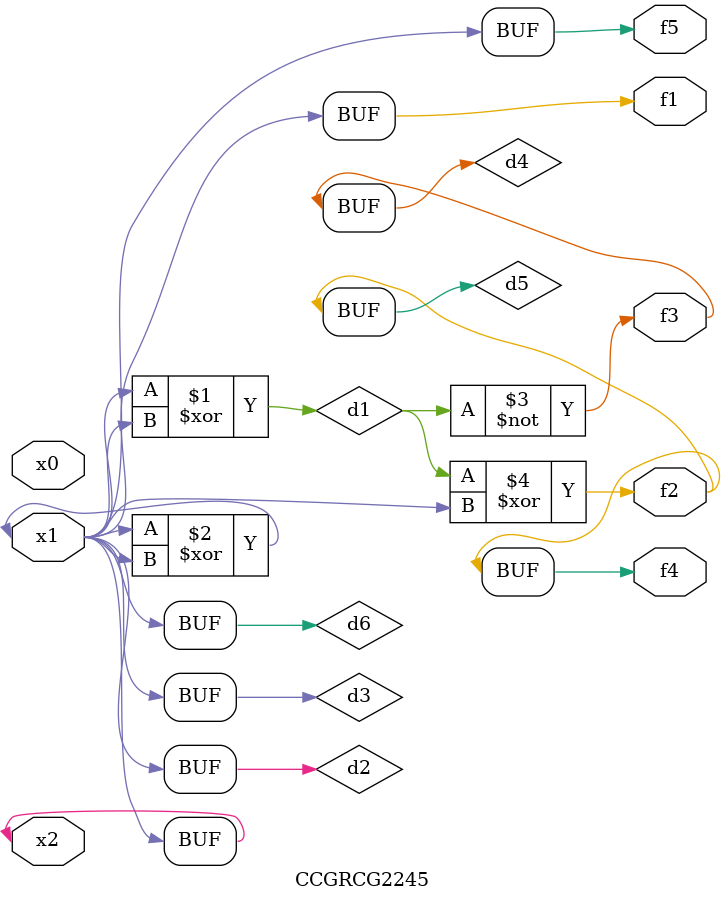
<source format=v>
module CCGRCG2245(
	input x0, x1, x2,
	output f1, f2, f3, f4, f5
);

	wire d1, d2, d3, d4, d5, d6;

	xor (d1, x1, x2);
	buf (d2, x1, x2);
	xor (d3, x1, x2);
	nor (d4, d1);
	xor (d5, d1, d2);
	buf (d6, d2, d3);
	assign f1 = d6;
	assign f2 = d5;
	assign f3 = d4;
	assign f4 = d5;
	assign f5 = d6;
endmodule

</source>
